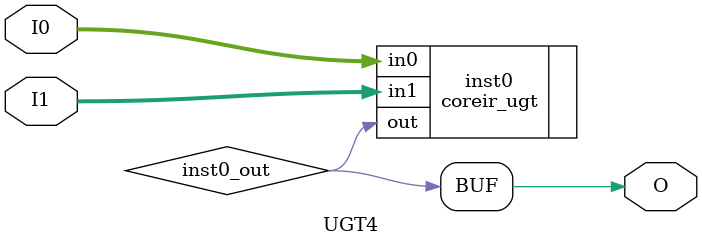
<source format=v>
module UGT4 (input [3:0] I0, input [3:0] I1, output  O);
wire  inst0_out;
coreir_ugt inst0 (.in0(I0), .in1(I1), .out(inst0_out));
assign O = inst0_out;
endmodule


</source>
